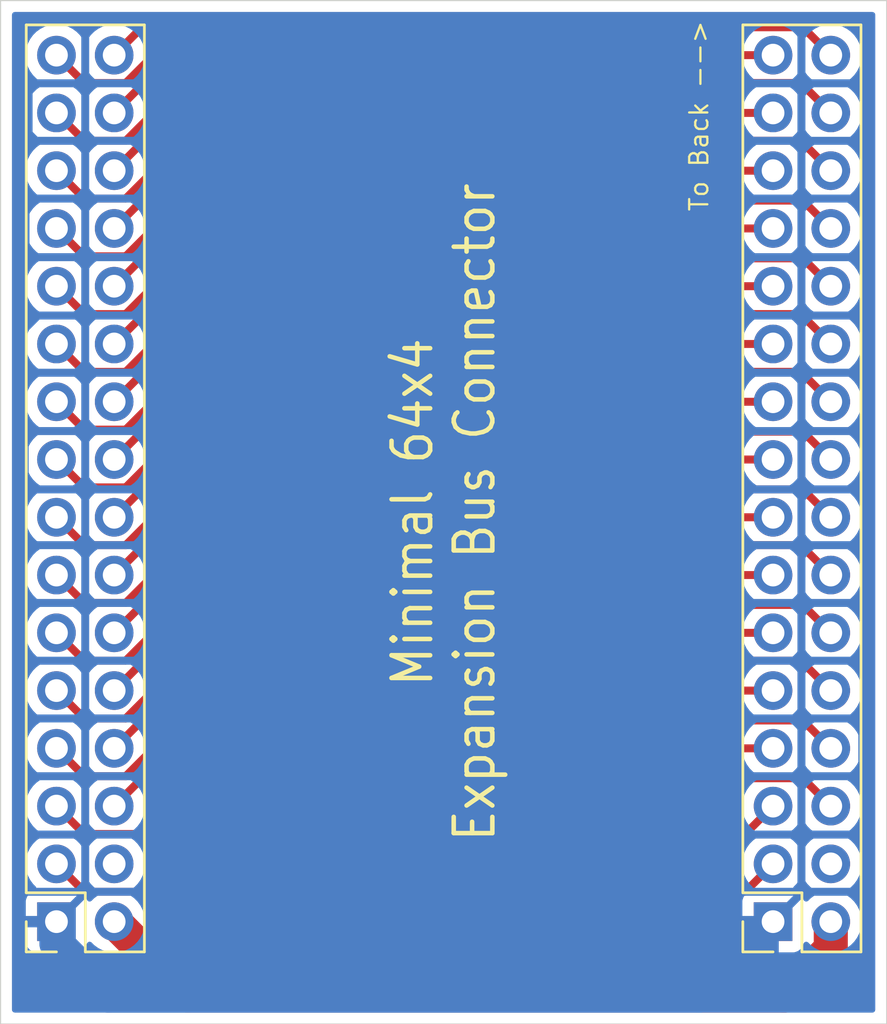
<source format=kicad_pcb>
(kicad_pcb (version 20241229) (generator "pcbnew") (generator_version "9.0")
  (layers (0 "F.Cu" signal) (2 "B.Cu" signal) (13 "F.Paste" user) (15 "B.Paste" user) (5 "F.SilkS" user "F.Silkscreen") (7 "B.SilkS" user "B.Silkscreen") (1 "F.Mask" user) (3 "B.Mask" user) (25 "Edge.Cuts" user))
  (net 0 "")
  (net 1 "BUS5")
  (net 2 "A7")
  (net 3 "A8")
  (net 4 "A4")
  (net 5 "A6")
  (net 6 "BUS6")
  (net 7 "~{RO}")
  (net 8 "A14")
  (net 9 "A15")
  (net 10 "BUS7")
  (net 11 "A9")
  (net 12 "A10")
  (net 13 "INH")
  (net 14 "A13")
  (net 15 "~{RESET}")
  (net 16 "CLK")
  (net 17 "A2")
  (net 18 "A11")
  (net 19 "BUS1")
  (net 20 "A1")
  (net 21 "A3")
  (net 22 "+5V")
  (net 24 "GND")
  (net 25 "BUS0")
  (net 26 "A0")
  (net 27 "BUS2")
  (net 28 "A12")
  (net 29 "BUS3")
  (net 30 "BUS4")
  (net 31 "~{RI}")
  (net 32 "A5")
  (footprint "Connector_PinHeader_2.54mm:PinHeader_2x16_P2.54mm_Vertical" (layer "F.Cu") (at 127.46 115.5 180)
    (property "Reference" "CN1" (hide yes))
    (property "Value" "~" (hide yes))
    (fp_line (start 1.33 39.43) (end -3.87 39.43) (stroke (width 0.12)) (layer "F.SilkS"))
    (fp_line (start 1.33 1.27) (end 1.33 39.43) (stroke (width 0.12)) (layer "F.SilkS"))
    (fp_line (start 1.33 1.27) (end -1.27 1.27) (stroke (width 0.12)) (layer "F.SilkS"))
    (fp_line (start 1.33 0) (end 1.33 -1.33) (stroke (width 0.12)) (layer "F.SilkS"))
    (fp_line (start 1.33 -1.33) (end 0 -1.33) (stroke (width 0.12)) (layer "F.SilkS"))
    (fp_line (start -1.27 1.27) (end -1.27 -1.33) (stroke (width 0.12)) (layer "F.SilkS"))
    (fp_line (start -1.27 -1.33) (end -3.87 -1.33) (stroke (width 0.12)) (layer "F.SilkS"))
    (fp_line (start -3.87 -1.33) (end -3.87 39.43) (stroke (width 0.12)) (layer "F.SilkS"))
    (pad "1" thru_hole rect (at 0 0 180) (size 1.7 1.7) (drill 1) (layers "*.Cu" "*.Mask") (net 24 "GND"))
    (pad "2" thru_hole oval (at -2.54 0 180) (size 1.7 1.7) (drill 1) (layers "*.Cu" "*.Mask") (net 22 "+5V"))
    (pad "3" thru_hole oval (at 0 2.54 180) (size 1.7 1.7) (drill 1) (layers "*.Cu" "*.Mask") (net 13 "INH"))
    (pad "4" thru_hole oval (at -2.54 2.54 180) (size 1.7 1.7) (drill 1) (layers "*.Cu" "*.Mask"))
    (pad "5" thru_hole oval (at 0 5.08 180) (size 1.7 1.7) (drill 1) (layers "*.Cu" "*.Mask") (net 15 "~{RESET}"))
    (pad "6" thru_hole oval (at -2.54 5.08 180) (size 1.7 1.7) (drill 1) (layers "*.Cu" "*.Mask") (net 16 "CLK"))
    (pad "7" thru_hole oval (at 0 7.62 180) (size 1.7 1.7) (drill 1) (layers "*.Cu" "*.Mask") (net 25 "BUS0"))
    (pad "8" thru_hole oval (at -2.54 7.62 180) (size 1.7 1.7) (drill 1) (layers "*.Cu" "*.Mask") (net 19 "BUS1"))
    (pad "9" thru_hole oval (at 0 10.16 180) (size 1.7 1.7) (drill 1) (layers "*.Cu" "*.Mask") (net 27 "BUS2"))
    (pad "10" thru_hole oval (at -2.54 10.16 180) (size 1.7 1.7) (drill 1) (layers "*.Cu" "*.Mask") (net 29 "BUS3"))
    (pad "11" thru_hole oval (at 0 12.7 180) (size 1.7 1.7) (drill 1) (layers "*.Cu" "*.Mask") (net 30 "BUS4"))
    (pad "12" thru_hole oval (at -2.54 12.7 180) (size 1.7 1.7) (drill 1) (layers "*.Cu" "*.Mask") (net 1 "BUS5"))
    (pad "13" thru_hole oval (at 0 15.24 180) (size 1.7 1.7) (drill 1) (layers "*.Cu" "*.Mask") (net 6 "BUS6"))
    (pad "14" thru_hole oval (at -2.54 15.24 180) (size 1.7 1.7) (drill 1) (layers "*.Cu" "*.Mask") (net 10 "BUS7"))
    (pad "15" thru_hole oval (at 0 17.78 180) (size 1.7 1.7) (drill 1) (layers "*.Cu" "*.Mask") (net 26 "A0"))
    (pad "16" thru_hole oval (at -2.54 17.78 180) (size 1.7 1.7) (drill 1) (layers "*.Cu" "*.Mask") (net 20 "A1"))
    (pad "17" thru_hole oval (at 0 20.32 180) (size 1.7 1.7) (drill 1) (layers "*.Cu" "*.Mask") (net 17 "A2"))
    (pad "18" thru_hole oval (at -2.54 20.32 180) (size 1.7 1.7) (drill 1) (layers "*.Cu" "*.Mask") (net 21 "A3"))
    (pad "19" thru_hole oval (at 0 22.86 180) (size 1.7 1.7) (drill 1) (layers "*.Cu" "*.Mask") (net 4 "A4"))
    (pad "20" thru_hole oval (at -2.54 22.86 180) (size 1.7 1.7) (drill 1) (layers "*.Cu" "*.Mask") (net 32 "A5"))
    (pad "21" thru_hole oval (at 0 25.4 180) (size 1.7 1.7) (drill 1) (layers "*.Cu" "*.Mask") (net 5 "A6"))
    (pad "22" thru_hole oval (at -2.54 25.4 180) (size 1.7 1.7) (drill 1) (layers "*.Cu" "*.Mask") (net 2 "A7"))
    (pad "23" thru_hole oval (at 0 27.94 180) (size 1.7 1.7) (drill 1) (layers "*.Cu" "*.Mask") (net 3 "A8"))
    (pad "24" thru_hole oval (at -2.54 27.94 180) (size 1.7 1.7) (drill 1) (layers "*.Cu" "*.Mask") (net 11 "A9"))
    (pad "25" thru_hole oval (at 0 30.48 180) (size 1.7 1.7) (drill 1) (layers "*.Cu" "*.Mask") (net 12 "A10"))
    (pad "26" thru_hole oval (at -2.54 30.48 180) (size 1.7 1.7) (drill 1) (layers "*.Cu" "*.Mask") (net 18 "A11"))
    (pad "27" thru_hole oval (at 0 33.02 180) (size 1.7 1.7) (drill 1) (layers "*.Cu" "*.Mask") (net 28 "A12"))
    (pad "28" thru_hole oval (at -2.54 33.02 180) (size 1.7 1.7) (drill 1) (layers "*.Cu" "*.Mask") (net 14 "A13"))
    (pad "29" thru_hole oval (at 0 35.56 180) (size 1.7 1.7) (drill 1) (layers "*.Cu" "*.Mask") (net 8 "A14"))
    (pad "30" thru_hole oval (at -2.54 35.56 180) (size 1.7 1.7) (drill 1) (layers "*.Cu" "*.Mask") (net 9 "A15"))
    (pad "31" thru_hole oval (at 0 38.1 180) (size 1.7 1.7) (drill 1) (layers "*.Cu" "*.Mask") (net 7 "~{RO}"))
    (pad "32" thru_hole oval (at -2.54 38.1 180) (size 1.7 1.7) (drill 1) (layers "*.Cu" "*.Mask") (net 31 "~{RI}"))
  )
  (footprint "Connector_PinHeader_2.54mm:PinHeader_2x16_P2.54mm_Vertical" (layer "F.Cu") (at 159 115.5 180)
    (property "Reference" "CN2" (hide yes))
    (property "Value" "~" (hide yes))
    (fp_line (start 1.33 39.43) (end -3.87 39.43) (stroke (width 0.12)) (layer "F.SilkS"))
    (fp_line (start 1.33 1.27) (end 1.33 39.43) (stroke (width 0.12)) (layer "F.SilkS"))
    (fp_line (start 1.33 1.27) (end -1.27 1.27) (stroke (width 0.12)) (layer "F.SilkS"))
    (fp_line (start 1.33 0) (end 1.33 -1.33) (stroke (width 0.12)) (layer "F.SilkS"))
    (fp_line (start 1.33 -1.33) (end 0 -1.33) (stroke (width 0.12)) (layer "F.SilkS"))
    (fp_line (start -1.27 1.27) (end -1.27 -1.33) (stroke (width 0.12)) (layer "F.SilkS"))
    (fp_line (start -1.27 -1.33) (end -3.87 -1.33) (stroke (width 0.12)) (layer "F.SilkS"))
    (fp_line (start -3.87 -1.33) (end -3.87 39.43) (stroke (width 0.12)) (layer "F.SilkS"))
    (pad "1" thru_hole rect (at 0 0 180) (size 1.7 1.7) (drill 1) (layers "*.Cu" "*.Mask") (net 24 "GND"))
    (pad "2" thru_hole oval (at -2.54 0 180) (size 1.7 1.7) (drill 1) (layers "*.Cu" "*.Mask") (net 22 "+5V"))
    (pad "3" thru_hole oval (at 0 2.54 180) (size 1.7 1.7) (drill 1) (layers "*.Cu" "*.Mask") (net 13 "INH"))
    (pad "4" thru_hole oval (at -2.54 2.54 180) (size 1.7 1.7) (drill 1) (layers "*.Cu" "*.Mask"))
    (pad "5" thru_hole oval (at 0 5.08 180) (size 1.7 1.7) (drill 1) (layers "*.Cu" "*.Mask") (net 15 "~{RESET}"))
    (pad "6" thru_hole oval (at -2.54 5.08 180) (size 1.7 1.7) (drill 1) (layers "*.Cu" "*.Mask") (net 16 "CLK"))
    (pad "7" thru_hole oval (at 0 7.62 180) (size 1.7 1.7) (drill 1) (layers "*.Cu" "*.Mask") (net 25 "BUS0"))
    (pad "8" thru_hole oval (at -2.54 7.62 180) (size 1.7 1.7) (drill 1) (layers "*.Cu" "*.Mask") (net 19 "BUS1"))
    (pad "9" thru_hole oval (at 0 10.16 180) (size 1.7 1.7) (drill 1) (layers "*.Cu" "*.Mask") (net 27 "BUS2"))
    (pad "10" thru_hole oval (at -2.54 10.16 180) (size 1.7 1.7) (drill 1) (layers "*.Cu" "*.Mask") (net 29 "BUS3"))
    (pad "11" thru_hole oval (at 0 12.7 180) (size 1.7 1.7) (drill 1) (layers "*.Cu" "*.Mask") (net 30 "BUS4"))
    (pad "12" thru_hole oval (at -2.54 12.7 180) (size 1.7 1.7) (drill 1) (layers "*.Cu" "*.Mask") (net 1 "BUS5"))
    (pad "13" thru_hole oval (at 0 15.24 180) (size 1.7 1.7) (drill 1) (layers "*.Cu" "*.Mask") (net 6 "BUS6"))
    (pad "14" thru_hole oval (at -2.54 15.24 180) (size 1.7 1.7) (drill 1) (layers "*.Cu" "*.Mask") (net 10 "BUS7"))
    (pad "15" thru_hole oval (at 0 17.78 180) (size 1.7 1.7) (drill 1) (layers "*.Cu" "*.Mask") (net 26 "A0"))
    (pad "16" thru_hole oval (at -2.54 17.78 180) (size 1.7 1.7) (drill 1) (layers "*.Cu" "*.Mask") (net 20 "A1"))
    (pad "17" thru_hole oval (at 0 20.32 180) (size 1.7 1.7) (drill 1) (layers "*.Cu" "*.Mask") (net 17 "A2"))
    (pad "18" thru_hole oval (at -2.54 20.32 180) (size 1.7 1.7) (drill 1) (layers "*.Cu" "*.Mask") (net 21 "A3"))
    (pad "19" thru_hole oval (at 0 22.86 180) (size 1.7 1.7) (drill 1) (layers "*.Cu" "*.Mask") (net 4 "A4"))
    (pad "20" thru_hole oval (at -2.54 22.86 180) (size 1.7 1.7) (drill 1) (layers "*.Cu" "*.Mask") (net 32 "A5"))
    (pad "21" thru_hole oval (at 0 25.4 180) (size 1.7 1.7) (drill 1) (layers "*.Cu" "*.Mask") (net 5 "A6"))
    (pad "22" thru_hole oval (at -2.54 25.4 180) (size 1.7 1.7) (drill 1) (layers "*.Cu" "*.Mask") (net 2 "A7"))
    (pad "23" thru_hole oval (at 0 27.94 180) (size 1.7 1.7) (drill 1) (layers "*.Cu" "*.Mask") (net 3 "A8"))
    (pad "24" thru_hole oval (at -2.54 27.94 180) (size 1.7 1.7) (drill 1) (layers "*.Cu" "*.Mask") (net 11 "A9"))
    (pad "25" thru_hole oval (at 0 30.48 180) (size 1.7 1.7) (drill 1) (layers "*.Cu" "*.Mask") (net 12 "A10"))
    (pad "26" thru_hole oval (at -2.54 30.48 180) (size 1.7 1.7) (drill 1) (layers "*.Cu" "*.Mask") (net 18 "A11"))
    (pad "27" thru_hole oval (at 0 33.02 180) (size 1.7 1.7) (drill 1) (layers "*.Cu" "*.Mask") (net 28 "A12"))
    (pad "28" thru_hole oval (at -2.54 33.02 180) (size 1.7 1.7) (drill 1) (layers "*.Cu" "*.Mask") (net 14 "A13"))
    (pad "29" thru_hole oval (at 0 35.56 180) (size 1.7 1.7) (drill 1) (layers "*.Cu" "*.Mask") (net 8 "A14"))
    (pad "30" thru_hole oval (at -2.54 35.56 180) (size 1.7 1.7) (drill 1) (layers "*.Cu" "*.Mask") (net 9 "A15"))
    (pad "31" thru_hole oval (at 0 38.1 180) (size 1.7 1.7) (drill 1) (layers "*.Cu" "*.Mask") (net 7 "~{RO}"))
    (pad "32" thru_hole oval (at -2.54 38.1 180) (size 1.7 1.7) (drill 1) (layers "*.Cu" "*.Mask") (net 31 "~{RI}"))
  )
  (gr_line (start 164 120) (end 164 75) (stroke (width 0.05)) (layer "Edge.Cuts"))
  (gr_line (start 125 120) (end 164 120) (stroke (width 0.05)) (layer "Edge.Cuts"))
  (gr_line (start 125 75) (end 125 120) (stroke (width 0.05)) (layer "Edge.Cuts"))
  (gr_line (start 125 75) (end 164 75) (stroke (width 0.05)) (layer "Edge.Cuts"))
  (gr_text "Minimal 64x4\nExpansion Bus Connector" (at 144.5 97.5 90) (layer "F.SilkS") (effects (font (size 1.7 1.5) (thickness 0.2))))
  (gr_text "To Back -->" (at 156.21 84.328 90) (layer "F.SilkS") (effects (font (size 0.8 0.8) (thickness 0.1)) (justify left bottom)))
  (segment (start 160.315 101.575) (end 161.54 102.8) (width 0.35) (layer "F.Cu") (net 1))
  (segment (start 130 102.8) (end 131.225 101.575) (width 0.35) (layer "F.Cu") (net 1))
  (segment (start 131.225 101.575) (end 160.315 101.575) (width 0.35) (layer "F.Cu") (net 1))
  (segment (start 160.225 88.785) (end 161.54 90.1) (width 0.35) (layer "F.Cu") (net 2))
  (segment (start 130 90.1) (end 131.315 88.785) (width 0.35) (layer "F.Cu") (net 2))
  (segment (start 131.315 88.785) (end 160.225 88.785) (width 0.35) (layer "F.Cu") (net 2))
  (segment (start 128.686 88.786) (end 127.46 87.56) (width 0.35) (layer "F.Cu") (net 3))
  (segment (start 159 87.56) (end 131.733826 87.56) (width 0.35) (layer "F.Cu") (net 3))
  (segment (start 130.507826 88.786) (end 128.686 88.786) (width 0.35) (layer "F.Cu") (net 3))
  (segment (start 131.733826 87.56) (end 130.507826 88.786) (width 0.35) (layer "F.Cu") (net 3))
  (segment (start 130.507826 93.866) (end 128.686 93.866) (width 0.35) (layer "F.Cu") (net 4))
  (segment (start 159 92.64) (end 131.733826 92.64) (width 0.35) (layer "F.Cu") (net 4))
  (segment (start 131.733826 92.64) (end 130.507826 93.866) (width 0.35) (layer "F.Cu") (net 4))
  (segment (start 128.686 93.866) (end 127.46 92.64) (width 0.35) (layer "F.Cu") (net 4))
  (segment (start 130.507826 91.326) (end 128.686 91.326) (width 0.35) (layer "F.Cu") (net 5))
  (segment (start 159 90.1) (end 131.733826 90.1) (width 0.35) (layer "F.Cu") (net 5))
  (segment (start 131.733826 90.1) (end 130.507826 91.326) (width 0.35) (layer "F.Cu") (net 5))
  (segment (start 128.686 91.326) (end 127.46 90.1) (width 0.35) (layer "F.Cu") (net 5))
  (segment (start 159 100.26) (end 131.733826 100.26) (width 0.35) (layer "F.Cu") (net 6))
  (segment (start 131.733826 100.26) (end 130.507826 101.486) (width 0.35) (layer "F.Cu") (net 6))
  (segment (start 128.686 101.486) (end 127.46 100.26) (width 0.35) (layer "F.Cu") (net 6))
  (segment (start 130.507826 101.486) (end 128.686 101.486) (width 0.35) (layer "F.Cu") (net 6))
  (segment (start 130.507826 78.626) (end 128.686 78.626) (width 0.35) (layer "F.Cu") (net 7))
  (segment (start 128.686 78.626) (end 127.46 77.4) (width 0.35) (layer "F.Cu") (net 7))
  (segment (start 131.733826 77.4) (end 130.507826 78.626) (width 0.35) (layer "F.Cu") (net 7))
  (segment (start 159 77.4) (end 131.733826 77.4) (width 0.35) (layer "F.Cu") (net 7))
  (segment (start 128.686 81.166) (end 127.46 79.94) (width 0.35) (layer "F.Cu") (net 8))
  (segment (start 130.507826 81.166) (end 128.686 81.166) (width 0.35) (layer "F.Cu") (net 8))
  (segment (start 131.733826 79.94) (end 130.507826 81.166) (width 0.35) (layer "F.Cu") (net 8))
  (segment (start 159 79.94) (end 131.733826 79.94) (width 0.35) (layer "F.Cu") (net 8))
  (segment (start 131.315 78.625) (end 160.225 78.625) (width 0.35) (layer "F.Cu") (net 9))
  (segment (start 160.225 78.625) (end 161.54 79.94) (width 0.35) (layer "F.Cu") (net 9))
  (segment (start 130 79.94) (end 131.315 78.625) (width 0.35) (layer "F.Cu") (net 9))
  (segment (start 131.315 98.945) (end 160.225 98.945) (width 0.35) (layer "F.Cu") (net 10))
  (segment (start 160.225 98.945) (end 161.54 100.26) (width 0.35) (layer "F.Cu") (net 10))
  (segment (start 130 100.26) (end 131.315 98.945) (width 0.35) (layer "F.Cu") (net 10))
  (segment (start 131.225 86.335) (end 160.315 86.335) (width 0.35) (layer "F.Cu") (net 11))
  (segment (start 160.315 86.335) (end 161.54 87.56) (width 0.35) (layer "F.Cu") (net 11))
  (segment (start 130 87.56) (end 131.225 86.335) (width 0.35) (layer "F.Cu") (net 11))
  (segment (start 131.733826 85.02) (end 130.507826 86.246) (width 0.35) (layer "F.Cu") (net 12))
  (segment (start 159 85.02) (end 131.733826 85.02) (width 0.35) (layer "F.Cu") (net 12))
  (segment (start 128.686 86.246) (end 127.46 85.02) (width 0.35) (layer "F.Cu") (net 12))
  (segment (start 130.507826 86.246) (end 128.686 86.246) (width 0.35) (layer "F.Cu") (net 12))
  (segment (start 159 112.96) (end 157.774 114.186) (width 0.35) (layer "F.Cu") (net 13))
  (segment (start 128.686 114.186) (end 127.46 112.96) (width 0.35) (layer "F.Cu") (net 13))
  (segment (start 157.774 114.186) (end 128.686 114.186) (width 0.35) (layer "F.Cu") (net 13))
  (segment (start 160.225 81.165) (end 161.54 82.48) (width 0.35) (layer "F.Cu") (net 14))
  (segment (start 131.315 81.165) (end 160.225 81.165) (width 0.35) (layer "F.Cu") (net 14))
  (segment (start 130 82.48) (end 131.315 81.165) (width 0.35) (layer "F.Cu") (net 14))
  (segment (start 128.686 111.646) (end 127.46 110.42) (width 0.35) (layer "F.Cu") (net 15))
  (segment (start 159 110.42) (end 157.774 111.646) (width 0.35) (layer "F.Cu") (net 15))
  (segment (start 157.774 111.646) (end 128.686 111.646) (width 0.35) (layer "F.Cu") (net 15))
  (segment (start 160.315 109.195) (end 161.54 110.42) (width 0.35) (layer "F.Cu") (net 16))
  (segment (start 130 110.42) (end 131.225 109.195) (width 0.35) (layer "F.Cu") (net 16))
  (segment (start 131.225 109.195) (end 160.315 109.195) (width 0.35) (layer "F.Cu") (net 16))
  (segment (start 131.733826 95.18) (end 130.507826 96.406) (width 0.35) (layer "F.Cu") (net 17))
  (segment (start 159 95.18) (end 131.733826 95.18) (width 0.35) (layer "F.Cu") (net 17))
  (segment (start 128.686 96.406) (end 127.46 95.18) (width 0.35) (layer "F.Cu") (net 17))
  (segment (start 130.507826 96.406) (end 128.686 96.406) (width 0.35) (layer "F.Cu") (net 17))
  (segment (start 130 85.02) (end 131.225 83.795) (width 0.35) (layer "F.Cu") (net 18))
  (segment (start 131.225 83.795) (end 160.315 83.795) (width 0.35) (layer "F.Cu") (net 18))
  (segment (start 160.315 83.795) (end 161.54 85.02) (width 0.35) (layer "F.Cu") (net 18))
  (segment (start 160.315 106.655) (end 161.54 107.88) (width 0.35) (layer "F.Cu") (net 19))
  (segment (start 130 107.88) (end 131.225 106.655) (width 0.35) (layer "F.Cu") (net 19))
  (segment (start 131.225 106.655) (end 160.315 106.655) (width 0.35) (layer "F.Cu") (net 19))
  (segment (start 160.315 96.495) (end 161.54 97.72) (width 0.35) (layer "F.Cu") (net 20))
  (segment (start 131.225 96.495) (end 160.315 96.495) (width 0.35) (layer "F.Cu") (net 20))
  (segment (start 130 97.72) (end 131.225 96.495) (width 0.35) (layer "F.Cu") (net 20))
  (segment (start 131.225 93.955) (end 160.315 93.955) (width 0.35) (layer "F.Cu") (net 21))
  (segment (start 160.315 93.955) (end 161.54 95.18) (width 0.35) (layer "F.Cu") (net 21))
  (segment (start 130 95.18) (end 131.225 93.955) (width 0.35) (layer "F.Cu") (net 21))
  (segment (start 161.54 116.702081) (end 161.54 115.5) (width 1.5) (layer "F.Cu") (net 22))
  (segment (start 159.492081 118.75) (end 161.54 116.702081) (width 1.5) (layer "F.Cu") (net 22))
  (segment (start 130 115.5) (end 133.25 118.75) (width 1.5) (layer "F.Cu") (net 22))
  (segment (start 133.25 118.75) (end 159.492081 118.75) (width 1.5) (layer "F.Cu") (net 22))
  (segment (start 162.702 111.6714) (end 163.1188 112.0882) (width 0.35) (layer "B.Cu") (net 24))
  (segment (start 162.9026 109.106) (end 125.9462 109.106) (width 0.35) (layer "B.Cu") (net 24))
  (segment (start 160.2486 78.6384) (end 128.7272 78.6384) (width 0.35) (layer "B.Cu") (net 24))
  (segment (start 160.2486 78.6384) (end 160.2486 76.1238) (width 0.35) (layer "B.Cu") (net 24))
  (segment (start 163.0426 103.6066) (end 162.6232 104.026) (width 0.35) (layer "B.Cu") (net 24))
  (segment (start 126.6444 88.8492) (end 125.8824 89.6112) (width 0.35) (layer "B.Cu") (net 24))
  (segment (start 126.0602 93.9292) (end 126.0602 94.0308) (width 0.35) (layer "B.Cu") (net 24))
  (segment (start 162.7 101.486) (end 163.1188 101.9048) (width 0.35) (layer "B.Cu") (net 24))
  (segment (start 125.8824 89.6112) (end 125.8824 90.9574) (width 0.35) (layer "B.Cu") (net 24))
  (segment (start 163.0426 88.392) (end 162.5854 88.8492) (width 0.35) (layer "B.Cu") (net 24))
  (segment (start 125.7522 106.1244) (end 125.7522 106.1434) (width 0.35) (layer "B.Cu") (net 24))
  (segment (start 163.1188 112.0882) (end 163.1188 113.9444) (width 0.35) (layer "B.Cu") (net 24))
  (segment (start 162.5854 86.2838) (end 163.0426 86.741) (width 0.35) (layer "B.Cu") (net 24))
  (segment (start 133.0192 96.494) (end 162.9912 96.494) (width 0.35) (layer "B.Cu") (net 24))
  (segment (start 163.0426 81.3562) (end 163.0426 83.6422) (width 0.35) (layer "B.Cu") (net 24))
  (segment (start 162.9912 98.6784) (end 162.7236 98.946) (width 0.35) (layer "B.Cu") (net 24))
  (segment (start 162.5854 88.8492) (end 126.6444 88.8492) (width 0.35) (layer "B.Cu") (net 24))
  (segment (start 128.7272 78.6384) (end 128.7272 114.2328) (width 0.35) (layer "B.Cu") (net 24))
  (segment (start 163.0426 83.6422) (end 162.9788 83.706) (width 0.35) (layer "B.Cu") (net 24))
  (segment (start 126.0986 83.706) (end 126.0986 85.6358) (width 0.35) (layer "B.Cu") (net 24))
  (segment (start 162.6232 104.026) (end 125.8192 104.026) (width 0.35) (layer "B.Cu") (net 24))
  (segment (start 126.5558 81.166) (end 162.8524 81.166) (width 0.35) (layer "B.Cu") (net 24))
  (segment (start 163.0426 101.981) (end 163.0426 103.6066) (width 0.35) (layer "B.Cu") (net 24))
  (segment (start 126.4412 86.2838) (end 162.5854 86.2838) (width 0.35) (layer "B.Cu") (net 24))
  (segment (start 126.1748 106.566) (end 162.9286 106.566) (width 0.35) (layer "B.Cu") (net 24))
  (segment (start 128.7272 114.2328) (end 127.46 115.5) (width 0.35) (layer "B.Cu") (net 24))
  (segment (start 162.7236 98.946) (end 126.0726 98.946) (width 0.35) (layer "B.Cu") (net 24))
  (segment (start 126.4412 78.6384) (end 126.234 78.8456) (width 0.35) (layer "B.Cu") (net 24))
  (segment (start 128.7272 78.6384) (end 128.7272 76.1746) (width 0.35) (layer "B.Cu") (net 24))
  (segment (start 163.0426 91.8718) (end 163.0426 93.3704) (width 0.35) (layer "B.Cu") (net 24))
  (segment (start 162.814 78.5368) (end 162.7124 78.6384) (width 0.35) (layer "B.Cu") (net 24))
  (segment (start 127.46 116.46) (end 127.46 115.5) (width 1.5) (layer "B.Cu") (net 24))
  (segment (start 162.9286 106.566) (end 162.9286 109.08) (width 0.35) (layer "B.Cu") (net 24))
  (segment (start 162.8524 81.166) (end 163.0426 81.3562) (width 0.35) (layer "B.Cu") (net 24))
  (segment (start 160.2486 114.2514) (end 159 115.5) (width 0.35) (layer "B.Cu") (net 24))
  (segment (start 126.0602 96.2152) (end 126.339 96.494) (width 0.35) (layer "B.Cu") (net 24))
  (segment (start 125.8192 101.486) (end 162.7 101.486) (width 0.35) (layer "B.Cu") (net 24))
  (segment (start 126.234 80.8442) (end 126.5558 81.166) (width 0.35) (layer "B.Cu") (net 24))
  (segment (start 125.8062 99.2124) (end 125.8062 101.473) (width 0.35) (layer "B.Cu") (net 24))
  (segment (start 126.339 96.494) (end 133.0192 96.494) (width 0.35) (layer "B.Cu") (net 24))
  (segment (start 126.0726 98.946) (end 125.8062 99.2124) (width 0.35) (layer "B.Cu") (net 24))
  (segment (start 125.8062 101.473) (end 125.8192 101.486) (width 0.35) (layer "B.Cu") (net 24))
  (segment (start 162.9788 83.706) (end 126.0986 83.706) (width 0.35) (layer "B.Cu") (net 24))
  (segment (start 163.0426 93.3704) (end 162.4838 93.9292) (width 0.35) (layer "B.Cu") (net 24))
  (segment (start 162.5346 91.3638) (end 163.0426 91.8718) (width 0.35) (layer "B.Cu") (net 24))
  (segment (start 126.0986 85.9412) (end 126.4412 86.2838) (width 0.35) (layer "B.Cu") (net 24))
  (segment (start 125.7522 106.1434) (end 126.1748 106.566) (width 0.35) (layer "B.Cu") (net 24))
  (segment (start 125.8192 106.0574) (end 125.7522 106.1244) (width 0.35) (layer "B.Cu") (net 24))
  (segment (start 162.8772 114.186) (end 125.9208 114.186) (width 0.35) (layer "B.Cu") (net 24))
  (segment (start 126.2888 91.3638) (end 162.5346 91.3638) (width 0.35) (layer "B.Cu") (net 24))
  (segment (start 126.0986 85.6358) (end 126.0986 85.9412) (width 0.35) (layer "B.Cu") (net 24))
  (segment (start 163.1188 113.9444) (end 162.8772 114.186) (width 0.35) (layer "B.Cu") (net 24))
  (segment (start 125.9462 109.106) (end 125.9462 111.6714) (width 0.35) (layer "B.Cu") (net 24))
  (segment (start 125.8192 104.026) (end 125.8192 106.0574) (width 0.35) (layer "B.Cu") (net 24))
  (segment (start 163.0426 86.741) (end 163.0426 88.392) (width 0.35) (layer "B.Cu") (net 24))
  (segment (start 125.9462 111.6714) (end 162.702 111.6714) (width 0.35) (layer "B.Cu") (net 24))
  (segment (start 163.1188 101.9048) (end 163.0426 101.981) (width 0.35) (layer "B.Cu") (net 24))
  (segment (start 126.234 78.8456) (end 126.234 80.8442) (width 0.35) (layer "B.Cu") (net 24))
  (segment (start 128.7272 78.6384) (end 126.4412 78.6384) (width 0.35) (layer "B.Cu") (net 24))
  (segment (start 160.2486 78.6384) (end 160.2486 114.2514) (width 0.35) (layer "B.Cu") (net 24))
  (segment (start 162.9286 109.08) (end 162.9026 109.106) (width 0.35) (layer "B.Cu") (net 24))
  (segment (start 125.8824 90.9574) (end 126.2888 91.3638) (width 0.35) (layer "B.Cu") (net 24))
  (segment (start 162.4838 93.9292) (end 126.0602 93.9292) (width 0.35) (layer "B.Cu") (net 24))
  (segment (start 162.7124 78.6384) (end 160.2486 78.6384) (width 0.35) (layer "B.Cu") (net 24))
  (segment (start 155.75 118.75) (end 129.75 118.75) (width 1.5) (layer "B.Cu") (net 24))
  (segment (start 126.0602 94.0308) (end 126.0602 96.2152) (width 0.35) (layer "B.Cu") (net 24))
  (segment (start 159 115.5) (end 155.75 118.75) (width 1.5) (layer "B.Cu") (net 24))
  (segment (start 162.9912 96.494) (end 162.9912 98.6784) (width 0.35) (layer "B.Cu") (net 24))
  (segment (start 129.75 118.75) (end 127.46 116.46) (width 1.5) (layer "B.Cu") (net 24))
  (segment (start 131.733826 107.88) (end 130.507826 109.106) (width 0.35) (layer "F.Cu") (net 25))
  (segment (start 128.686 109.106) (end 127.46 107.88) (width 0.35) (layer "F.Cu") (net 25))
  (segment (start 130.507826 109.106) (end 128.686 109.106) (width 0.35) (layer "F.Cu") (net 25))
  (segment (start 159 107.88) (end 131.733826 107.88) (width 0.35) (layer "F.Cu") (net 25))
  (segment (start 159 97.72) (end 131.733826 97.72) (width 0.35) (layer "F.Cu") (net 26))
  (segment (start 128.686 98.946) (end 127.46 97.72) (width 0.35) (layer "F.Cu") (net 26))
  (segment (start 131.733826 97.72) (end 130.507826 98.946) (width 0.35) (layer "F.Cu") (net 26))
  (segment (start 130.507826 98.946) (end 128.686 98.946) (width 0.35) (layer "F.Cu") (net 26))
  (segment (start 130.507826 106.566) (end 128.686 106.566) (width 0.35) (layer "F.Cu") (net 27))
  (segment (start 128.686 106.566) (end 127.46 105.34) (width 0.35) (layer "F.Cu") (net 27))
  (segment (start 159 105.34) (end 131.733826 105.34) (width 0.35) (layer "F.Cu") (net 27))
  (segment (start 131.733826 105.34) (end 130.507826 106.566) (width 0.35) (layer "F.Cu") (net 27))
  (segment (start 128.686 83.706) (end 127.46 82.48) (width 0.35) (layer "F.Cu") (net 28))
  (segment (start 130.507826 83.706) (end 128.686 83.706) (width 0.35) (layer "F.Cu") (net 28))
  (segment (start 159 82.48) (end 131.733826 82.48) (width 0.35) (layer "F.Cu") (net 28))
  (segment (start 131.733826 82.48) (end 130.507826 83.706) (width 0.35) (layer "F.Cu") (net 28))
  (segment (start 160.225 104.025) (end 161.54 105.34) (width 0.35) (layer "F.Cu") (net 29))
  (segment (start 130 105.34) (end 131.315 104.025) (width 0.35) (layer "F.Cu") (net 29))
  (segment (start 131.315 104.025) (end 160.225 104.025) (width 0.35) (layer "F.Cu") (net 29))
  (segment (start 130.507826 104.026) (end 128.686 104.026) (width 0.35) (layer "F.Cu") (net 30))
  (segment (start 131.733826 102.8) (end 130.507826 104.026) (width 0.35) (layer "F.Cu") (net 30))
  (segment (start 159 102.8) (end 131.733826 102.8) (width 0.35) (layer "F.Cu") (net 30))
  (segment (start 128.686 104.026) (end 127.46 102.8) (width 0.35) (layer "F.Cu") (net 30))
  (segment (start 160.315 76.175) (end 161.54 77.4) (width 0.35) (layer "F.Cu") (net 31))
  (segment (start 131.225 76.175) (end 160.315 76.175) (width 0.35) (layer "F.Cu") (net 31))
  (segment (start 130 77.4) (end 131.225 76.175) (width 0.35) (layer "F.Cu") (net 31))
  (segment (start 160.225 91.325) (end 161.54 92.64) (width 0.35) (layer "F.Cu") (net 32))
  (segment (start 131.315 91.325) (end 160.225 91.325) (width 0.35) (layer "F.Cu") (net 32))
  (segment (start 130 92.64) (end 131.315 91.325) (width 0.35) (layer "F.Cu") (net 32))
  (zone (net 24) (net_name "GND") (layer "B.Cu") (connect_pads (clearance 0.5)) (min_thickness 0.25) (fill yes (thermal_gap 0.5) (thermal_bridge_width 0.5))
    (polygon (pts (xy 125.0188 75.0062) (xy 163.9824 75.0062) (xy 164.0078 119.9896) (xy 124.9934 119.9896)))
  )
)
</source>
